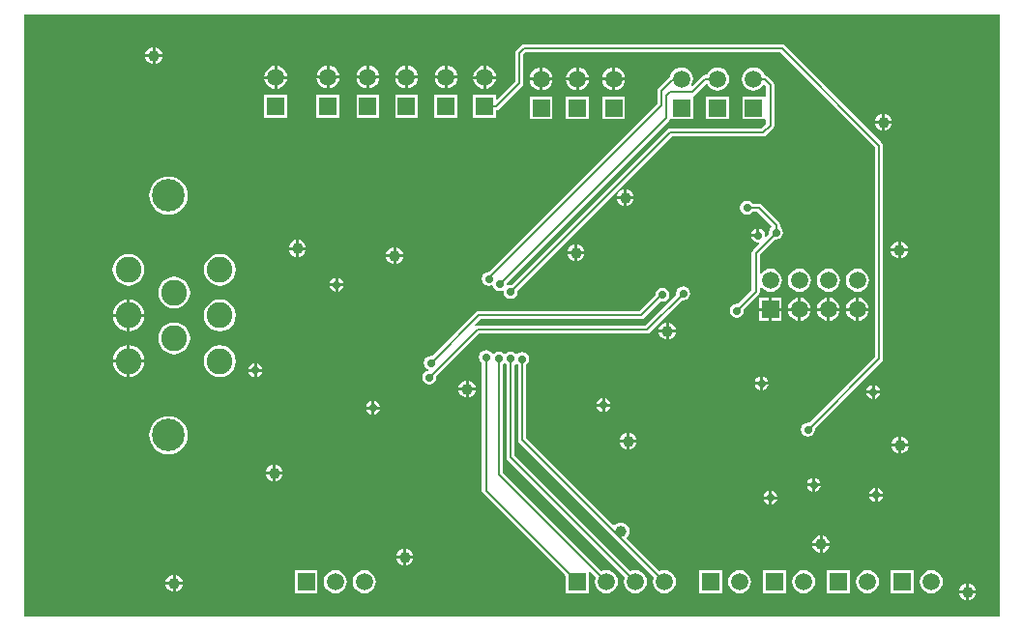
<source format=gbl>
G04*
G04 #@! TF.GenerationSoftware,Altium Limited,Altium Designer,20.1.11 (218)*
G04*
G04 Layer_Physical_Order=2*
G04 Layer_Color=16711680*
%FSLAX25Y25*%
%MOIN*%
G70*
G04*
G04 #@! TF.SameCoordinates,2A16CBDB-C64F-4E12-ACEB-A9EF2D748E26*
G04*
G04*
G04 #@! TF.FilePolarity,Positive*
G04*
G01*
G75*
%ADD14C,0.00700*%
%ADD52C,0.11200*%
%ADD53C,0.08900*%
%ADD54C,0.05906*%
%ADD55R,0.05906X0.05906*%
%ADD56R,0.05906X0.05906*%
%ADD57C,0.02756*%
%ADD58C,0.03937*%
G36*
X437123Y96570D02*
X436930Y96376D01*
X100876D01*
Y304123D01*
X437123D01*
Y96570D01*
D02*
G37*
%LPC*%
G36*
X146000Y292928D02*
Y290500D01*
X148428D01*
X148392Y290775D01*
X148093Y291497D01*
X147617Y292117D01*
X146997Y292593D01*
X146275Y292892D01*
X146000Y292928D01*
D02*
G37*
G36*
X145000D02*
X144725Y292892D01*
X144003Y292593D01*
X143383Y292117D01*
X142907Y291497D01*
X142608Y290775D01*
X142572Y290500D01*
X145000D01*
Y292928D01*
D02*
G37*
G36*
X148428Y289500D02*
X146000D01*
Y287072D01*
X146275Y287108D01*
X146997Y287407D01*
X147617Y287883D01*
X148093Y288503D01*
X148392Y289225D01*
X148428Y289500D01*
D02*
G37*
G36*
X145000D02*
X142572D01*
X142608Y289225D01*
X142907Y288503D01*
X143383Y287883D01*
X144003Y287407D01*
X144725Y287108D01*
X145000Y287072D01*
Y289500D01*
D02*
G37*
G36*
X246745Y286551D02*
Y283130D01*
X250166D01*
X250096Y283662D01*
X249698Y284624D01*
X249064Y285450D01*
X248238Y286083D01*
X247277Y286481D01*
X246745Y286551D01*
D02*
G37*
G36*
X233117D02*
Y283130D01*
X236538D01*
X236468Y283662D01*
X236070Y284624D01*
X235436Y285450D01*
X234611Y286083D01*
X233649Y286481D01*
X233117Y286551D01*
D02*
G37*
G36*
X219774D02*
Y283130D01*
X223195D01*
X223125Y283662D01*
X222726Y284624D01*
X222093Y285450D01*
X221267Y286083D01*
X220305Y286481D01*
X219774Y286551D01*
D02*
G37*
G36*
X206000D02*
Y283130D01*
X209421D01*
X209351Y283662D01*
X208953Y284624D01*
X208319Y285450D01*
X207493Y286083D01*
X206532Y286481D01*
X206000Y286551D01*
D02*
G37*
G36*
X245745D02*
X245213Y286481D01*
X244251Y286083D01*
X243426Y285450D01*
X242792Y284624D01*
X242394Y283662D01*
X242324Y283130D01*
X245745D01*
Y286551D01*
D02*
G37*
G36*
X205000D02*
X204468Y286481D01*
X203507Y286083D01*
X202681Y285450D01*
X202047Y284624D01*
X201649Y283662D01*
X201579Y283130D01*
X205000D01*
Y286551D01*
D02*
G37*
G36*
X232117D02*
X231585Y286481D01*
X230624Y286083D01*
X229798Y285450D01*
X229165Y284624D01*
X228766Y283662D01*
X228696Y283130D01*
X232117D01*
Y286551D01*
D02*
G37*
G36*
X218774D02*
X218242Y286481D01*
X217280Y286083D01*
X216454Y285450D01*
X215821Y284624D01*
X215423Y283662D01*
X215353Y283130D01*
X218774D01*
Y286551D01*
D02*
G37*
G36*
X260000Y286421D02*
Y283000D01*
X263421D01*
X263351Y283532D01*
X262953Y284493D01*
X262319Y285319D01*
X261493Y285953D01*
X260532Y286351D01*
X260000Y286421D01*
D02*
G37*
G36*
X188000D02*
Y283000D01*
X191421D01*
X191351Y283532D01*
X190953Y284493D01*
X190319Y285319D01*
X189493Y285953D01*
X188532Y286351D01*
X188000Y286421D01*
D02*
G37*
G36*
X187000D02*
X186468Y286351D01*
X185507Y285953D01*
X184681Y285319D01*
X184047Y284493D01*
X183649Y283532D01*
X183579Y283000D01*
X187000D01*
Y286421D01*
D02*
G37*
G36*
X259000D02*
X258468Y286351D01*
X257507Y285953D01*
X256681Y285319D01*
X256047Y284493D01*
X255649Y283532D01*
X255579Y283000D01*
X259000D01*
Y286421D01*
D02*
G37*
G36*
X304500Y285921D02*
Y282500D01*
X307921D01*
X307851Y283032D01*
X307453Y283993D01*
X306819Y284819D01*
X305993Y285453D01*
X305032Y285851D01*
X304500Y285921D01*
D02*
G37*
G36*
X292000D02*
Y282500D01*
X295421D01*
X295351Y283032D01*
X294953Y283993D01*
X294319Y284819D01*
X293493Y285453D01*
X292532Y285851D01*
X292000Y285921D01*
D02*
G37*
G36*
X279500D02*
Y282500D01*
X282921D01*
X282851Y283032D01*
X282453Y283993D01*
X281819Y284819D01*
X280993Y285453D01*
X280032Y285851D01*
X279500Y285921D01*
D02*
G37*
G36*
X303500D02*
X302968Y285851D01*
X302007Y285453D01*
X301181Y284819D01*
X300547Y283993D01*
X300149Y283032D01*
X300079Y282500D01*
X303500D01*
Y285921D01*
D02*
G37*
G36*
X291000D02*
X290468Y285851D01*
X289507Y285453D01*
X288681Y284819D01*
X288047Y283993D01*
X287649Y283032D01*
X287579Y282500D01*
X291000D01*
Y285921D01*
D02*
G37*
G36*
X278500D02*
X277968Y285851D01*
X277007Y285453D01*
X276181Y284819D01*
X275547Y283993D01*
X275149Y283032D01*
X275079Y282500D01*
X278500D01*
Y285921D01*
D02*
G37*
G36*
X236538Y282130D02*
X233117D01*
Y278709D01*
X233649Y278779D01*
X234611Y279178D01*
X235436Y279811D01*
X236070Y280637D01*
X236468Y281598D01*
X236538Y282130D01*
D02*
G37*
G36*
X223195D02*
X219774D01*
Y278709D01*
X220305Y278779D01*
X221267Y279178D01*
X222093Y279811D01*
X222726Y280637D01*
X223125Y281598D01*
X223195Y282130D01*
D02*
G37*
G36*
X209421D02*
X206000D01*
Y278709D01*
X206532Y278779D01*
X207493Y279178D01*
X208319Y279811D01*
X208953Y280637D01*
X209351Y281598D01*
X209421Y282130D01*
D02*
G37*
G36*
X250166D02*
X246745D01*
Y278709D01*
X247277Y278779D01*
X248238Y279178D01*
X249064Y279811D01*
X249698Y280637D01*
X250096Y281598D01*
X250166Y282130D01*
D02*
G37*
G36*
X245745D02*
X242324D01*
X242394Y281598D01*
X242792Y280637D01*
X243426Y279811D01*
X244251Y279178D01*
X245213Y278779D01*
X245745Y278709D01*
Y282130D01*
D02*
G37*
G36*
X205000D02*
X201579D01*
X201649Y281598D01*
X202047Y280637D01*
X202681Y279811D01*
X203507Y279178D01*
X204468Y278779D01*
X205000Y278709D01*
Y282130D01*
D02*
G37*
G36*
X232117D02*
X228696D01*
X228766Y281598D01*
X229165Y280637D01*
X229798Y279811D01*
X230624Y279178D01*
X231585Y278779D01*
X232117Y278709D01*
Y282130D01*
D02*
G37*
G36*
X218774D02*
X215353D01*
X215423Y281598D01*
X215821Y280637D01*
X216454Y279811D01*
X217280Y279178D01*
X218242Y278779D01*
X218774Y278709D01*
Y282130D01*
D02*
G37*
G36*
X263421Y282000D02*
X260000D01*
Y278579D01*
X260532Y278649D01*
X261493Y279047D01*
X262319Y279681D01*
X262953Y280507D01*
X263351Y281468D01*
X263421Y282000D01*
D02*
G37*
G36*
X191421D02*
X188000D01*
Y278579D01*
X188532Y278649D01*
X189493Y279047D01*
X190319Y279681D01*
X190953Y280507D01*
X191351Y281468D01*
X191421Y282000D01*
D02*
G37*
G36*
X187000D02*
X183579D01*
X183649Y281468D01*
X184047Y280507D01*
X184681Y279681D01*
X185507Y279047D01*
X186468Y278649D01*
X187000Y278579D01*
Y282000D01*
D02*
G37*
G36*
X259000D02*
X255579D01*
X255649Y281468D01*
X256047Y280507D01*
X256681Y279681D01*
X257507Y279047D01*
X258468Y278649D01*
X259000Y278579D01*
Y282000D01*
D02*
G37*
G36*
X307921Y281500D02*
X304500D01*
Y278079D01*
X305032Y278149D01*
X305993Y278547D01*
X306819Y279181D01*
X307453Y280007D01*
X307851Y280968D01*
X307921Y281500D01*
D02*
G37*
G36*
X295421D02*
X292000D01*
Y278079D01*
X292532Y278149D01*
X293493Y278547D01*
X294319Y279181D01*
X294953Y280007D01*
X295351Y280968D01*
X295421Y281500D01*
D02*
G37*
G36*
X282921D02*
X279500D01*
Y278079D01*
X280032Y278149D01*
X280993Y278547D01*
X281819Y279181D01*
X282453Y280007D01*
X282851Y280968D01*
X282921Y281500D01*
D02*
G37*
G36*
X303500D02*
X300079D01*
X300149Y280968D01*
X300547Y280007D01*
X301181Y279181D01*
X302007Y278547D01*
X302968Y278149D01*
X303500Y278079D01*
Y281500D01*
D02*
G37*
G36*
X291000D02*
X287579D01*
X287649Y280968D01*
X288047Y280007D01*
X288681Y279181D01*
X289507Y278547D01*
X290468Y278149D01*
X291000Y278079D01*
Y281500D01*
D02*
G37*
G36*
X278500D02*
X275079D01*
X275149Y280968D01*
X275547Y280007D01*
X276181Y279181D01*
X277007Y278547D01*
X277968Y278149D01*
X278500Y278079D01*
Y281500D01*
D02*
G37*
G36*
X352278Y285987D02*
X351246Y285851D01*
X350285Y285453D01*
X349459Y284819D01*
X348826Y283993D01*
X348427Y283032D01*
X348291Y282000D01*
X348427Y280968D01*
X348826Y280007D01*
X349459Y279181D01*
X350285Y278547D01*
X351246Y278149D01*
X352278Y278013D01*
X353310Y278149D01*
X354272Y278547D01*
X355097Y279181D01*
X355561Y279785D01*
X356175Y279878D01*
X356624Y279430D01*
Y276212D01*
X356231Y275953D01*
X356123Y275953D01*
X348325D01*
Y268047D01*
X356123D01*
X356231Y268047D01*
X356624Y267788D01*
Y266570D01*
X354930Y264877D01*
X323500D01*
X323500Y264877D01*
X322973Y264772D01*
X322527Y264473D01*
X322527Y264473D01*
X268899Y210845D01*
X268500Y210925D01*
X267572Y210740D01*
X267497Y210690D01*
X267081Y210968D01*
X267128Y211204D01*
X267049Y211602D01*
X322973Y267527D01*
X323089Y267699D01*
X323444Y268047D01*
X331350D01*
Y275953D01*
X331666Y276322D01*
X331973Y276527D01*
X335729Y280283D01*
X336319Y280166D01*
X336385Y280007D01*
X337019Y279181D01*
X337844Y278547D01*
X338806Y278149D01*
X339838Y278013D01*
X340870Y278149D01*
X341831Y278547D01*
X342657Y279181D01*
X343290Y280007D01*
X343689Y280968D01*
X343825Y282000D01*
X343689Y283032D01*
X343290Y283993D01*
X342657Y284819D01*
X341831Y285453D01*
X340870Y285851D01*
X339838Y285987D01*
X338806Y285851D01*
X337844Y285453D01*
X337019Y284819D01*
X336385Y283993D01*
X336129Y283377D01*
X335500D01*
X334973Y283272D01*
X334527Y282973D01*
X331217Y279663D01*
X330840Y279994D01*
X330850Y280007D01*
X331248Y280968D01*
X331384Y282000D01*
X331248Y283032D01*
X330850Y283993D01*
X330216Y284819D01*
X329391Y285453D01*
X328429Y285851D01*
X327397Y285987D01*
X326365Y285851D01*
X325404Y285453D01*
X324578Y284819D01*
X323944Y283993D01*
X323546Y283032D01*
X323513Y282780D01*
X323473Y282772D01*
X323027Y282473D01*
X319527Y278973D01*
X319228Y278527D01*
X319124Y278000D01*
Y273570D01*
X260972Y215419D01*
X260072Y215240D01*
X259286Y214714D01*
X258760Y213928D01*
X258576Y213000D01*
X258760Y212072D01*
X259286Y211286D01*
X260072Y210760D01*
X261000Y210576D01*
X261860Y210747D01*
X262055Y210722D01*
X262404Y210578D01*
X262464Y210276D01*
X262989Y209489D01*
X263776Y208964D01*
X264704Y208779D01*
X265632Y208964D01*
X265707Y209014D01*
X266122Y208736D01*
X266075Y208500D01*
X266260Y207572D01*
X266786Y206786D01*
X267572Y206260D01*
X268500Y206076D01*
X269428Y206260D01*
X270214Y206786D01*
X270740Y207572D01*
X270924Y208500D01*
X270845Y208899D01*
X324070Y262123D01*
X355500D01*
X356027Y262228D01*
X356473Y262527D01*
X358973Y265027D01*
X358973Y265027D01*
X359272Y265473D01*
X359377Y266000D01*
Y280000D01*
X359377Y280000D01*
X359272Y280527D01*
X358973Y280973D01*
X358973Y280973D01*
X357254Y282692D01*
X356808Y282991D01*
X356281Y283095D01*
X356103D01*
X355731Y283993D01*
X355097Y284819D01*
X354272Y285453D01*
X353310Y285851D01*
X352278Y285987D01*
D02*
G37*
G36*
X250198Y276583D02*
X242292D01*
Y268678D01*
X250198D01*
Y276583D01*
D02*
G37*
G36*
X236570D02*
X228664D01*
Y268678D01*
X236570D01*
Y276583D01*
D02*
G37*
G36*
X223226D02*
X215321D01*
Y268678D01*
X223226D01*
Y276583D01*
D02*
G37*
G36*
X209453D02*
X201547D01*
Y268678D01*
X209453D01*
Y276583D01*
D02*
G37*
G36*
X191453Y276453D02*
X183547D01*
Y268547D01*
X191453D01*
Y276453D01*
D02*
G37*
G36*
X343791Y275953D02*
X335885D01*
Y268047D01*
X343791D01*
Y275953D01*
D02*
G37*
G36*
X307953D02*
X300047D01*
Y268047D01*
X307953D01*
Y275953D01*
D02*
G37*
G36*
X295453D02*
X287547D01*
Y268047D01*
X295453D01*
Y275953D01*
D02*
G37*
G36*
X282953D02*
X275047D01*
Y268047D01*
X282953D01*
Y275953D01*
D02*
G37*
G36*
X397500Y269928D02*
Y267500D01*
X399928D01*
X399892Y267775D01*
X399593Y268497D01*
X399117Y269117D01*
X398497Y269593D01*
X397775Y269892D01*
X397500Y269928D01*
D02*
G37*
G36*
X396500D02*
X396225Y269892D01*
X395503Y269593D01*
X394883Y269117D01*
X394407Y268497D01*
X394108Y267775D01*
X394072Y267500D01*
X396500D01*
Y269928D01*
D02*
G37*
G36*
X399928Y266500D02*
X397500D01*
Y264072D01*
X397775Y264108D01*
X398497Y264407D01*
X399117Y264883D01*
X399593Y265503D01*
X399892Y266225D01*
X399928Y266500D01*
D02*
G37*
G36*
X396500D02*
X394072D01*
X394108Y266225D01*
X394407Y265503D01*
X394883Y264883D01*
X395503Y264407D01*
X396225Y264108D01*
X396500Y264072D01*
Y266500D01*
D02*
G37*
G36*
X308500Y243928D02*
Y241500D01*
X310928D01*
X310892Y241775D01*
X310593Y242497D01*
X310117Y243117D01*
X309497Y243593D01*
X308775Y243892D01*
X308500Y243928D01*
D02*
G37*
G36*
X307500D02*
X307225Y243892D01*
X306503Y243593D01*
X305883Y243117D01*
X305407Y242497D01*
X305108Y241775D01*
X305072Y241500D01*
X307500D01*
Y243928D01*
D02*
G37*
G36*
X310928Y240500D02*
X308500D01*
Y238072D01*
X308775Y238108D01*
X309497Y238407D01*
X310117Y238883D01*
X310593Y239503D01*
X310892Y240225D01*
X310928Y240500D01*
D02*
G37*
G36*
X307500D02*
X305072D01*
X305108Y240225D01*
X305407Y239503D01*
X305883Y238883D01*
X306503Y238407D01*
X307225Y238108D01*
X307500Y238072D01*
Y240500D01*
D02*
G37*
G36*
X150531Y248344D02*
X149238Y248217D01*
X147994Y247840D01*
X146847Y247227D01*
X145842Y246402D01*
X145017Y245397D01*
X144404Y244250D01*
X144027Y243006D01*
X143900Y241713D01*
X144027Y240419D01*
X144404Y239175D01*
X145017Y238028D01*
X145842Y237023D01*
X146847Y236198D01*
X147994Y235585D01*
X149238Y235208D01*
X150531Y235081D01*
X151825Y235208D01*
X153069Y235585D01*
X154216Y236198D01*
X155221Y237023D01*
X156046Y238028D01*
X156659Y239175D01*
X157036Y240419D01*
X157163Y241713D01*
X157036Y243006D01*
X156659Y244250D01*
X156046Y245397D01*
X155221Y246402D01*
X154216Y247227D01*
X153069Y247840D01*
X151825Y248217D01*
X150531Y248344D01*
D02*
G37*
G36*
X353250Y230337D02*
X352822Y230252D01*
X352035Y229727D01*
X351510Y228940D01*
X351425Y228512D01*
X353250D01*
Y230337D01*
D02*
G37*
G36*
X350000Y239925D02*
X349072Y239740D01*
X348286Y239214D01*
X347760Y238428D01*
X347575Y237500D01*
X347760Y236572D01*
X348286Y235786D01*
X349072Y235260D01*
X350000Y235075D01*
X350928Y235260D01*
X351714Y235786D01*
X351929Y236107D01*
X353447D01*
X358339Y231215D01*
X358290Y230717D01*
X358286Y230714D01*
X357760Y229928D01*
X357575Y229000D01*
X357655Y228601D01*
X356590Y227536D01*
X356129Y227783D01*
X356174Y228012D01*
X355990Y228940D01*
X355464Y229727D01*
X354678Y230252D01*
X354250Y230337D01*
Y228012D01*
X353750D01*
Y227512D01*
X351425D01*
X351510Y227084D01*
X352035Y226298D01*
X352822Y225772D01*
X353750Y225588D01*
X353979Y225633D01*
X354226Y225172D01*
X352027Y222973D01*
X351728Y222527D01*
X351624Y222000D01*
Y209070D01*
X346899Y204345D01*
X346500Y204425D01*
X345572Y204240D01*
X344786Y203714D01*
X344260Y202928D01*
X344075Y202000D01*
X344260Y201072D01*
X344786Y200286D01*
X345572Y199760D01*
X346500Y199575D01*
X347428Y199760D01*
X348214Y200286D01*
X348740Y201072D01*
X348924Y202000D01*
X348845Y202399D01*
X353973Y207527D01*
X354272Y207973D01*
X354377Y208500D01*
Y209908D01*
X354876Y210078D01*
X355181Y209681D01*
X356007Y209047D01*
X356968Y208649D01*
X358000Y208513D01*
X359032Y208649D01*
X359993Y209047D01*
X360819Y209681D01*
X361453Y210507D01*
X361851Y211468D01*
X361987Y212500D01*
X361851Y213532D01*
X361453Y214493D01*
X360819Y215319D01*
X359993Y215953D01*
X359032Y216351D01*
X358000Y216487D01*
X356968Y216351D01*
X356007Y215953D01*
X355181Y215319D01*
X354876Y214922D01*
X354377Y215092D01*
Y221430D01*
X359601Y226655D01*
X360000Y226575D01*
X360928Y226760D01*
X361714Y227286D01*
X362240Y228072D01*
X362424Y229000D01*
X362240Y229928D01*
X361714Y230714D01*
X361377Y230940D01*
Y231500D01*
X361272Y232027D01*
X360973Y232473D01*
X360973Y232473D01*
X354990Y238457D01*
X354544Y238755D01*
X354017Y238860D01*
X351952D01*
X351714Y239214D01*
X350928Y239740D01*
X350000Y239925D01*
D02*
G37*
G36*
X195500Y226428D02*
Y224000D01*
X197928D01*
X197892Y224275D01*
X197593Y224997D01*
X197117Y225617D01*
X196497Y226093D01*
X195775Y226392D01*
X195500Y226428D01*
D02*
G37*
G36*
X194500D02*
X194225Y226392D01*
X193503Y226093D01*
X192883Y225617D01*
X192407Y224997D01*
X192108Y224275D01*
X192072Y224000D01*
X194500D01*
Y226428D01*
D02*
G37*
G36*
X403000Y225928D02*
Y223500D01*
X405428D01*
X405392Y223775D01*
X405093Y224497D01*
X404617Y225117D01*
X403997Y225593D01*
X403275Y225892D01*
X403000Y225928D01*
D02*
G37*
G36*
X402000D02*
X401725Y225892D01*
X401003Y225593D01*
X400383Y225117D01*
X399907Y224497D01*
X399608Y223775D01*
X399572Y223500D01*
X402000D01*
Y225928D01*
D02*
G37*
G36*
X291500Y224928D02*
Y222500D01*
X293928D01*
X293892Y222775D01*
X293593Y223497D01*
X293117Y224117D01*
X292497Y224593D01*
X291775Y224892D01*
X291500Y224928D01*
D02*
G37*
G36*
X290500D02*
X290225Y224892D01*
X289503Y224593D01*
X288883Y224117D01*
X288407Y223497D01*
X288108Y222775D01*
X288072Y222500D01*
X290500D01*
Y224928D01*
D02*
G37*
G36*
X229000Y223928D02*
Y221500D01*
X231428D01*
X231392Y221775D01*
X231093Y222497D01*
X230617Y223117D01*
X229997Y223593D01*
X229275Y223892D01*
X229000Y223928D01*
D02*
G37*
G36*
X228000D02*
X227725Y223892D01*
X227003Y223593D01*
X226383Y223117D01*
X225907Y222497D01*
X225608Y221775D01*
X225572Y221500D01*
X228000D01*
Y223928D01*
D02*
G37*
G36*
X197928Y223000D02*
X195500D01*
Y220572D01*
X195775Y220608D01*
X196497Y220907D01*
X197117Y221383D01*
X197593Y222003D01*
X197892Y222725D01*
X197928Y223000D01*
D02*
G37*
G36*
X194500D02*
X192072D01*
X192108Y222725D01*
X192407Y222003D01*
X192883Y221383D01*
X193503Y220907D01*
X194225Y220608D01*
X194500Y220572D01*
Y223000D01*
D02*
G37*
G36*
X405428Y222500D02*
X403000D01*
Y220072D01*
X403275Y220108D01*
X403997Y220407D01*
X404617Y220883D01*
X405093Y221503D01*
X405392Y222225D01*
X405428Y222500D01*
D02*
G37*
G36*
X402000D02*
X399572D01*
X399608Y222225D01*
X399907Y221503D01*
X400383Y220883D01*
X401003Y220407D01*
X401725Y220108D01*
X402000Y220072D01*
Y222500D01*
D02*
G37*
G36*
X293928Y221500D02*
X291500D01*
Y219072D01*
X291775Y219108D01*
X292497Y219407D01*
X293117Y219883D01*
X293593Y220503D01*
X293892Y221225D01*
X293928Y221500D01*
D02*
G37*
G36*
X290500D02*
X288072D01*
X288108Y221225D01*
X288407Y220503D01*
X288883Y219883D01*
X289503Y219407D01*
X290225Y219108D01*
X290500Y219072D01*
Y221500D01*
D02*
G37*
G36*
X231428Y220500D02*
X229000D01*
Y218072D01*
X229275Y218108D01*
X229997Y218407D01*
X230617Y218883D01*
X231093Y219503D01*
X231392Y220225D01*
X231428Y220500D01*
D02*
G37*
G36*
X228000D02*
X225572D01*
X225608Y220225D01*
X225907Y219503D01*
X226383Y218883D01*
X227003Y218407D01*
X227725Y218108D01*
X228000Y218072D01*
Y220500D01*
D02*
G37*
G36*
X209000Y213325D02*
Y211500D01*
X210825D01*
X210740Y211928D01*
X210214Y212714D01*
X209428Y213240D01*
X209000Y213325D01*
D02*
G37*
G36*
X208000D02*
X207572Y213240D01*
X206786Y212714D01*
X206260Y211928D01*
X206175Y211500D01*
X208000D01*
Y213325D01*
D02*
G37*
G36*
X168248Y221619D02*
X166825Y221432D01*
X165499Y220883D01*
X164361Y220009D01*
X163488Y218871D01*
X162938Y217545D01*
X162751Y216122D01*
X162938Y214699D01*
X163488Y213373D01*
X164361Y212235D01*
X165499Y211362D01*
X166825Y210812D01*
X168248Y210625D01*
X169671Y210812D01*
X170996Y211362D01*
X172135Y212235D01*
X173009Y213373D01*
X173558Y214699D01*
X173745Y216122D01*
X173558Y217545D01*
X173009Y218871D01*
X172135Y220009D01*
X170996Y220883D01*
X169671Y221432D01*
X168248Y221619D01*
D02*
G37*
G36*
X136752D02*
X135329Y221432D01*
X134003Y220883D01*
X132865Y220009D01*
X131991Y218871D01*
X131442Y217545D01*
X131255Y216122D01*
X131442Y214699D01*
X131991Y213373D01*
X132865Y212235D01*
X134003Y211362D01*
X135329Y210812D01*
X136752Y210625D01*
X138175Y210812D01*
X139500Y211362D01*
X140639Y212235D01*
X141513Y213373D01*
X142062Y214699D01*
X142249Y216122D01*
X142062Y217545D01*
X141513Y218871D01*
X140639Y220009D01*
X139500Y220883D01*
X138175Y221432D01*
X136752Y221619D01*
D02*
G37*
G36*
X210825Y210500D02*
X209000D01*
Y208675D01*
X209428Y208760D01*
X210214Y209286D01*
X210740Y210072D01*
X210825Y210500D01*
D02*
G37*
G36*
X208000D02*
X206175D01*
X206260Y210072D01*
X206786Y209286D01*
X207572Y208760D01*
X208000Y208675D01*
Y210500D01*
D02*
G37*
G36*
X388000Y216487D02*
X386968Y216351D01*
X386007Y215953D01*
X385181Y215319D01*
X384547Y214493D01*
X384149Y213532D01*
X384013Y212500D01*
X384149Y211468D01*
X384547Y210507D01*
X385181Y209681D01*
X386007Y209047D01*
X386968Y208649D01*
X388000Y208513D01*
X389032Y208649D01*
X389993Y209047D01*
X390819Y209681D01*
X391453Y210507D01*
X391851Y211468D01*
X391987Y212500D01*
X391851Y213532D01*
X391453Y214493D01*
X390819Y215319D01*
X389993Y215953D01*
X389032Y216351D01*
X388000Y216487D01*
D02*
G37*
G36*
X378000D02*
X376968Y216351D01*
X376007Y215953D01*
X375181Y215319D01*
X374547Y214493D01*
X374149Y213532D01*
X374013Y212500D01*
X374149Y211468D01*
X374547Y210507D01*
X375181Y209681D01*
X376007Y209047D01*
X376968Y208649D01*
X378000Y208513D01*
X379032Y208649D01*
X379993Y209047D01*
X380819Y209681D01*
X381453Y210507D01*
X381851Y211468D01*
X381987Y212500D01*
X381851Y213532D01*
X381453Y214493D01*
X380819Y215319D01*
X379993Y215953D01*
X379032Y216351D01*
X378000Y216487D01*
D02*
G37*
G36*
X368000D02*
X366968Y216351D01*
X366007Y215953D01*
X365181Y215319D01*
X364547Y214493D01*
X364149Y213532D01*
X364013Y212500D01*
X364149Y211468D01*
X364547Y210507D01*
X365181Y209681D01*
X366007Y209047D01*
X366968Y208649D01*
X368000Y208513D01*
X369032Y208649D01*
X369993Y209047D01*
X370819Y209681D01*
X371453Y210507D01*
X371851Y211468D01*
X371987Y212500D01*
X371851Y213532D01*
X371453Y214493D01*
X370819Y215319D01*
X369993Y215953D01*
X369032Y216351D01*
X368000Y216487D01*
D02*
G37*
G36*
X328000Y210424D02*
X327072Y210240D01*
X326286Y209714D01*
X325760Y208928D01*
X325575Y208000D01*
X325655Y207601D01*
X314922Y196869D01*
X257008D01*
X256481Y196764D01*
X256289Y196636D01*
X255971Y197024D01*
X258070Y199124D01*
X313500D01*
X314027Y199228D01*
X314473Y199527D01*
X320143Y205196D01*
X320750Y205076D01*
X321678Y205260D01*
X322464Y205786D01*
X322990Y206572D01*
X323175Y207500D01*
X322990Y208428D01*
X322464Y209214D01*
X321678Y209740D01*
X320750Y209925D01*
X319822Y209740D01*
X319036Y209214D01*
X318510Y208428D01*
X318325Y207500D01*
X318363Y207310D01*
X312930Y201876D01*
X257500D01*
X256973Y201772D01*
X256527Y201473D01*
X256527Y201473D01*
X241399Y186345D01*
X241000Y186425D01*
X240072Y186240D01*
X239286Y185714D01*
X238760Y184928D01*
X238576Y184000D01*
X238760Y183072D01*
X239286Y182286D01*
X239980Y181822D01*
X239972Y181443D01*
X239927Y181301D01*
X239580Y181232D01*
X238793Y180707D01*
X238268Y179920D01*
X238083Y178992D01*
X238268Y178064D01*
X238793Y177278D01*
X239580Y176752D01*
X240508Y176568D01*
X241436Y176752D01*
X242222Y177278D01*
X242748Y178064D01*
X242932Y178992D01*
X242853Y179391D01*
X257578Y194116D01*
X315492D01*
X316019Y194220D01*
X316465Y194519D01*
X327601Y205655D01*
X328000Y205575D01*
X328928Y205760D01*
X329714Y206286D01*
X330240Y207072D01*
X330424Y208000D01*
X330240Y208928D01*
X329714Y209714D01*
X328928Y210240D01*
X328000Y210424D01*
D02*
G37*
G36*
X388500Y206421D02*
Y203000D01*
X391921D01*
X391851Y203532D01*
X391453Y204493D01*
X390819Y205319D01*
X389993Y205953D01*
X389032Y206351D01*
X388500Y206421D01*
D02*
G37*
G36*
X387500D02*
X386968Y206351D01*
X386007Y205953D01*
X385181Y205319D01*
X384547Y204493D01*
X384149Y203532D01*
X384079Y203000D01*
X387500D01*
Y206421D01*
D02*
G37*
G36*
X378500D02*
Y203000D01*
X381921D01*
X381851Y203532D01*
X381453Y204493D01*
X380819Y205319D01*
X379993Y205953D01*
X379032Y206351D01*
X378500Y206421D01*
D02*
G37*
G36*
X377500D02*
X376968Y206351D01*
X376007Y205953D01*
X375181Y205319D01*
X374547Y204493D01*
X374149Y203532D01*
X374079Y203000D01*
X377500D01*
Y206421D01*
D02*
G37*
G36*
X368500D02*
Y203000D01*
X371921D01*
X371851Y203532D01*
X371453Y204493D01*
X370819Y205319D01*
X369993Y205953D01*
X369032Y206351D01*
X368500Y206421D01*
D02*
G37*
G36*
X367500D02*
X366968Y206351D01*
X366007Y205953D01*
X365181Y205319D01*
X364547Y204493D01*
X364149Y203532D01*
X364079Y203000D01*
X367500D01*
Y206421D01*
D02*
G37*
G36*
X361953Y206453D02*
X358500D01*
Y203000D01*
X361953D01*
Y206453D01*
D02*
G37*
G36*
X357500D02*
X354047D01*
Y203000D01*
X357500D01*
Y206453D01*
D02*
G37*
G36*
X152500Y213745D02*
X151077Y213558D01*
X149751Y213009D01*
X148613Y212135D01*
X147739Y210997D01*
X147190Y209671D01*
X147003Y208248D01*
X147190Y206825D01*
X147739Y205500D01*
X148613Y204361D01*
X149751Y203487D01*
X151077Y202938D01*
X152500Y202751D01*
X153923Y202938D01*
X155248Y203487D01*
X156387Y204361D01*
X157261Y205500D01*
X157810Y206825D01*
X157997Y208248D01*
X157810Y209671D01*
X157261Y210997D01*
X156387Y212135D01*
X155248Y213009D01*
X153923Y213558D01*
X152500Y213745D01*
D02*
G37*
G36*
X137252Y205805D02*
Y200874D01*
X142183D01*
X142062Y201797D01*
X141513Y203122D01*
X140639Y204261D01*
X139500Y205135D01*
X138175Y205684D01*
X137252Y205805D01*
D02*
G37*
G36*
X136252D02*
X135329Y205684D01*
X134003Y205135D01*
X132865Y204261D01*
X131991Y203122D01*
X131442Y201797D01*
X131321Y200874D01*
X136252D01*
Y205805D01*
D02*
G37*
G36*
X391921Y202000D02*
X388500D01*
Y198579D01*
X389032Y198649D01*
X389993Y199047D01*
X390819Y199681D01*
X391453Y200507D01*
X391851Y201468D01*
X391921Y202000D01*
D02*
G37*
G36*
X387500D02*
X384079D01*
X384149Y201468D01*
X384547Y200507D01*
X385181Y199681D01*
X386007Y199047D01*
X386968Y198649D01*
X387500Y198579D01*
Y202000D01*
D02*
G37*
G36*
X381921D02*
X378500D01*
Y198579D01*
X379032Y198649D01*
X379993Y199047D01*
X380819Y199681D01*
X381453Y200507D01*
X381851Y201468D01*
X381921Y202000D01*
D02*
G37*
G36*
X377500D02*
X374079D01*
X374149Y201468D01*
X374547Y200507D01*
X375181Y199681D01*
X376007Y199047D01*
X376968Y198649D01*
X377500Y198579D01*
Y202000D01*
D02*
G37*
G36*
X371921D02*
X368500D01*
Y198579D01*
X369032Y198649D01*
X369993Y199047D01*
X370819Y199681D01*
X371453Y200507D01*
X371851Y201468D01*
X371921Y202000D01*
D02*
G37*
G36*
X367500D02*
X364079D01*
X364149Y201468D01*
X364547Y200507D01*
X365181Y199681D01*
X366007Y199047D01*
X366968Y198649D01*
X367500Y198579D01*
Y202000D01*
D02*
G37*
G36*
X361953D02*
X358500D01*
Y198547D01*
X361953D01*
Y202000D01*
D02*
G37*
G36*
X357500D02*
X354047D01*
Y198547D01*
X357500D01*
Y202000D01*
D02*
G37*
G36*
X323000Y197928D02*
Y195500D01*
X325428D01*
X325392Y195775D01*
X325093Y196497D01*
X324617Y197117D01*
X323997Y197593D01*
X323275Y197892D01*
X323000Y197928D01*
D02*
G37*
G36*
X322000D02*
X321725Y197892D01*
X321003Y197593D01*
X320383Y197117D01*
X319907Y196497D01*
X319608Y195775D01*
X319572Y195500D01*
X322000D01*
Y197928D01*
D02*
G37*
G36*
X142183Y199874D02*
X137252D01*
Y194943D01*
X138175Y195064D01*
X139500Y195613D01*
X140639Y196487D01*
X141513Y197626D01*
X142062Y198951D01*
X142183Y199874D01*
D02*
G37*
G36*
X136252D02*
X131321D01*
X131442Y198951D01*
X131991Y197626D01*
X132865Y196487D01*
X134003Y195613D01*
X135329Y195064D01*
X136252Y194943D01*
Y199874D01*
D02*
G37*
G36*
X168248Y205871D02*
X166825Y205684D01*
X165499Y205135D01*
X164361Y204261D01*
X163488Y203122D01*
X162938Y201797D01*
X162751Y200374D01*
X162938Y198951D01*
X163488Y197626D01*
X164361Y196487D01*
X165499Y195613D01*
X166825Y195064D01*
X168248Y194877D01*
X169671Y195064D01*
X170997Y195613D01*
X172135Y196487D01*
X173009Y197626D01*
X173558Y198951D01*
X173745Y200374D01*
X173558Y201797D01*
X173009Y203122D01*
X172135Y204261D01*
X170997Y205135D01*
X169671Y205684D01*
X168248Y205871D01*
D02*
G37*
G36*
X325428Y194500D02*
X323000D01*
Y192072D01*
X323275Y192108D01*
X323997Y192407D01*
X324617Y192883D01*
X325093Y193503D01*
X325392Y194225D01*
X325428Y194500D01*
D02*
G37*
G36*
X322000D02*
X319572D01*
X319608Y194225D01*
X319907Y193503D01*
X320383Y192883D01*
X321003Y192407D01*
X321725Y192108D01*
X322000Y192072D01*
Y194500D01*
D02*
G37*
G36*
X152500Y197997D02*
X151077Y197810D01*
X149751Y197261D01*
X148613Y196387D01*
X147739Y195248D01*
X147190Y193923D01*
X147003Y192500D01*
X147190Y191077D01*
X147739Y189752D01*
X148613Y188613D01*
X149751Y187739D01*
X151077Y187190D01*
X152500Y187003D01*
X153923Y187190D01*
X155248Y187739D01*
X156387Y188613D01*
X157261Y189752D01*
X157810Y191077D01*
X157997Y192500D01*
X157810Y193923D01*
X157261Y195248D01*
X156387Y196387D01*
X155248Y197261D01*
X153923Y197810D01*
X152500Y197997D01*
D02*
G37*
G36*
X137252Y190057D02*
Y185126D01*
X142183D01*
X142062Y186049D01*
X141513Y187374D01*
X140639Y188513D01*
X139500Y189387D01*
X138175Y189936D01*
X137252Y190057D01*
D02*
G37*
G36*
X136252D02*
X135329Y189936D01*
X134003Y189387D01*
X132865Y188513D01*
X131991Y187374D01*
X131442Y186049D01*
X131321Y185126D01*
X136252D01*
Y190057D01*
D02*
G37*
G36*
X181000Y183825D02*
Y182000D01*
X182825D01*
X182740Y182428D01*
X182214Y183214D01*
X181428Y183740D01*
X181000Y183825D01*
D02*
G37*
G36*
X180000D02*
X179572Y183740D01*
X178786Y183214D01*
X178260Y182428D01*
X178175Y182000D01*
X180000D01*
Y183825D01*
D02*
G37*
G36*
X142183Y184126D02*
X137252D01*
Y179195D01*
X138175Y179316D01*
X139500Y179865D01*
X140639Y180739D01*
X141513Y181878D01*
X142062Y183203D01*
X142183Y184126D01*
D02*
G37*
G36*
X136252D02*
X131321D01*
X131442Y183203D01*
X131991Y181878D01*
X132865Y180739D01*
X134003Y179865D01*
X135329Y179316D01*
X136252Y179195D01*
Y184126D01*
D02*
G37*
G36*
X182825Y181000D02*
X181000D01*
Y179175D01*
X181428Y179260D01*
X182214Y179786D01*
X182740Y180572D01*
X182825Y181000D01*
D02*
G37*
G36*
X180000D02*
X178175D01*
X178260Y180572D01*
X178786Y179786D01*
X179572Y179260D01*
X180000Y179175D01*
Y181000D01*
D02*
G37*
G36*
X168248Y190123D02*
X166825Y189936D01*
X165499Y189387D01*
X164361Y188513D01*
X163488Y187374D01*
X162938Y186049D01*
X162751Y184626D01*
X162938Y183203D01*
X163488Y181878D01*
X164361Y180739D01*
X165499Y179865D01*
X166825Y179316D01*
X168248Y179129D01*
X169671Y179316D01*
X170996Y179865D01*
X172135Y180739D01*
X173009Y181878D01*
X173558Y183203D01*
X173745Y184626D01*
X173558Y186049D01*
X173009Y187374D01*
X172135Y188513D01*
X170996Y189387D01*
X169671Y189936D01*
X168248Y190123D01*
D02*
G37*
G36*
X355500Y179325D02*
Y177500D01*
X357325D01*
X357240Y177928D01*
X356714Y178714D01*
X355928Y179240D01*
X355500Y179325D01*
D02*
G37*
G36*
X354500D02*
X354072Y179240D01*
X353286Y178714D01*
X352760Y177928D01*
X352675Y177500D01*
X354500D01*
Y179325D01*
D02*
G37*
G36*
X254000Y177928D02*
Y175500D01*
X256428D01*
X256392Y175775D01*
X256093Y176497D01*
X255617Y177117D01*
X254997Y177593D01*
X254275Y177892D01*
X254000Y177928D01*
D02*
G37*
G36*
X253000D02*
X252725Y177892D01*
X252003Y177593D01*
X251383Y177117D01*
X250907Y176497D01*
X250608Y175775D01*
X250572Y175500D01*
X253000D01*
Y177928D01*
D02*
G37*
G36*
X357325Y176500D02*
X355500D01*
Y174675D01*
X355928Y174760D01*
X356714Y175286D01*
X357240Y176072D01*
X357325Y176500D01*
D02*
G37*
G36*
X354500D02*
X352675D01*
X352760Y176072D01*
X353286Y175286D01*
X354072Y174760D01*
X354500Y174675D01*
Y176500D01*
D02*
G37*
G36*
X394000Y176325D02*
Y174500D01*
X395825D01*
X395740Y174928D01*
X395214Y175714D01*
X394428Y176240D01*
X394000Y176325D01*
D02*
G37*
G36*
X393000D02*
X392572Y176240D01*
X391786Y175714D01*
X391260Y174928D01*
X391175Y174500D01*
X393000D01*
Y176325D01*
D02*
G37*
G36*
X256428Y174500D02*
X254000D01*
Y172072D01*
X254275Y172108D01*
X254997Y172407D01*
X255617Y172883D01*
X256093Y173503D01*
X256392Y174225D01*
X256428Y174500D01*
D02*
G37*
G36*
X253000D02*
X250572D01*
X250608Y174225D01*
X250907Y173503D01*
X251383Y172883D01*
X252003Y172407D01*
X252725Y172108D01*
X253000Y172072D01*
Y174500D01*
D02*
G37*
G36*
X395825Y173500D02*
X394000D01*
Y171675D01*
X394428Y171760D01*
X395214Y172286D01*
X395740Y173072D01*
X395825Y173500D01*
D02*
G37*
G36*
X393000D02*
X391175D01*
X391260Y173072D01*
X391786Y172286D01*
X392572Y171760D01*
X393000Y171675D01*
Y173500D01*
D02*
G37*
G36*
X301000Y171825D02*
Y170000D01*
X302825D01*
X302740Y170428D01*
X302214Y171214D01*
X301428Y171740D01*
X301000Y171825D01*
D02*
G37*
G36*
X300000D02*
X299572Y171740D01*
X298786Y171214D01*
X298260Y170428D01*
X298175Y170000D01*
X300000D01*
Y171825D01*
D02*
G37*
G36*
X221500Y170825D02*
Y169000D01*
X223325D01*
X223240Y169428D01*
X222714Y170214D01*
X221928Y170740D01*
X221500Y170825D01*
D02*
G37*
G36*
X220500D02*
X220072Y170740D01*
X219286Y170214D01*
X218760Y169428D01*
X218675Y169000D01*
X220500D01*
Y170825D01*
D02*
G37*
G36*
X302825Y169000D02*
X301000D01*
Y167175D01*
X301428Y167260D01*
X302214Y167786D01*
X302740Y168572D01*
X302825Y169000D01*
D02*
G37*
G36*
X300000D02*
X298175D01*
X298260Y168572D01*
X298786Y167786D01*
X299572Y167260D01*
X300000Y167175D01*
Y169000D01*
D02*
G37*
G36*
X223325Y168000D02*
X221500D01*
Y166175D01*
X221928Y166260D01*
X222714Y166786D01*
X223240Y167572D01*
X223325Y168000D01*
D02*
G37*
G36*
X220500D02*
X218675D01*
X218760Y167572D01*
X219286Y166786D01*
X220072Y166260D01*
X220500Y166175D01*
Y168000D01*
D02*
G37*
G36*
X362000Y293877D02*
X273000D01*
X272473Y293772D01*
X272027Y293473D01*
X270527Y291973D01*
X270228Y291527D01*
X270124Y291000D01*
Y281070D01*
X263915Y274861D01*
X263453Y275053D01*
Y276453D01*
X255547D01*
Y268547D01*
X263453D01*
Y271124D01*
X263500D01*
X264027Y271228D01*
X264473Y271527D01*
X272473Y279527D01*
X272772Y279973D01*
X272877Y280500D01*
X272877Y280500D01*
Y290430D01*
X273570Y291124D01*
X361430D01*
X394124Y258430D01*
Y186070D01*
X371399Y163345D01*
X371000Y163425D01*
X370072Y163240D01*
X369286Y162714D01*
X368760Y161928D01*
X368576Y161000D01*
X368760Y160072D01*
X369286Y159286D01*
X370072Y158760D01*
X371000Y158575D01*
X371928Y158760D01*
X372714Y159286D01*
X373240Y160072D01*
X373425Y161000D01*
X373345Y161399D01*
X396473Y184527D01*
X396772Y184973D01*
X396877Y185500D01*
Y259000D01*
X396772Y259527D01*
X396473Y259973D01*
X396473Y259973D01*
X362973Y293473D01*
X362527Y293772D01*
X362000Y293877D01*
D02*
G37*
G36*
X309500Y159928D02*
Y157500D01*
X311928D01*
X311892Y157775D01*
X311593Y158497D01*
X311117Y159117D01*
X310497Y159593D01*
X309775Y159892D01*
X309500Y159928D01*
D02*
G37*
G36*
X308500D02*
X308225Y159892D01*
X307503Y159593D01*
X306883Y159117D01*
X306407Y158497D01*
X306108Y157775D01*
X306072Y157500D01*
X308500D01*
Y159928D01*
D02*
G37*
G36*
X403228Y158555D02*
Y156126D01*
X405657D01*
X405620Y156401D01*
X405321Y157123D01*
X404846Y157744D01*
X404225Y158219D01*
X403503Y158519D01*
X403228Y158555D01*
D02*
G37*
G36*
X402228D02*
X401954Y158519D01*
X401231Y158219D01*
X400611Y157744D01*
X400136Y157123D01*
X399836Y156401D01*
X399800Y156126D01*
X402228D01*
Y158555D01*
D02*
G37*
G36*
X311928Y156500D02*
X309500D01*
Y154072D01*
X309775Y154108D01*
X310497Y154407D01*
X311117Y154883D01*
X311593Y155503D01*
X311892Y156225D01*
X311928Y156500D01*
D02*
G37*
G36*
X308500D02*
X306072D01*
X306108Y156225D01*
X306407Y155503D01*
X306883Y154883D01*
X307503Y154407D01*
X308225Y154108D01*
X308500Y154072D01*
Y156500D01*
D02*
G37*
G36*
X405657Y155127D02*
X403228D01*
Y152698D01*
X403503Y152734D01*
X404225Y153033D01*
X404846Y153509D01*
X405321Y154129D01*
X405620Y154851D01*
X405657Y155127D01*
D02*
G37*
G36*
X402228D02*
X399800D01*
X399836Y154851D01*
X400136Y154129D01*
X400611Y153509D01*
X401231Y153033D01*
X401954Y152734D01*
X402228Y152698D01*
Y155127D01*
D02*
G37*
G36*
X150531Y165667D02*
X149238Y165540D01*
X147994Y165163D01*
X146847Y164550D01*
X145842Y163725D01*
X145017Y162720D01*
X144404Y161573D01*
X144027Y160329D01*
X143900Y159035D01*
X144027Y157742D01*
X144404Y156498D01*
X145017Y155351D01*
X145842Y154346D01*
X146847Y153521D01*
X147994Y152908D01*
X149238Y152531D01*
X150531Y152403D01*
X151825Y152531D01*
X153069Y152908D01*
X154216Y153521D01*
X155221Y154346D01*
X156046Y155351D01*
X156659Y156498D01*
X157036Y157742D01*
X157163Y159035D01*
X157036Y160329D01*
X156659Y161573D01*
X156046Y162720D01*
X155221Y163725D01*
X154216Y164550D01*
X153069Y165163D01*
X151825Y165540D01*
X150531Y165667D01*
D02*
G37*
G36*
X187500Y148928D02*
Y146500D01*
X189928D01*
X189892Y146775D01*
X189593Y147497D01*
X189117Y148117D01*
X188497Y148593D01*
X187775Y148892D01*
X187500Y148928D01*
D02*
G37*
G36*
X186500D02*
X186225Y148892D01*
X185503Y148593D01*
X184883Y148117D01*
X184407Y147497D01*
X184108Y146775D01*
X184072Y146500D01*
X186500D01*
Y148928D01*
D02*
G37*
G36*
X189928Y145500D02*
X187500D01*
Y143072D01*
X187775Y143108D01*
X188497Y143407D01*
X189117Y143883D01*
X189593Y144503D01*
X189892Y145225D01*
X189928Y145500D01*
D02*
G37*
G36*
X186500D02*
X184072D01*
X184108Y145225D01*
X184407Y144503D01*
X184883Y143883D01*
X185503Y143407D01*
X186225Y143108D01*
X186500Y143072D01*
Y145500D01*
D02*
G37*
G36*
X373500Y144325D02*
Y142500D01*
X375325D01*
X375240Y142928D01*
X374714Y143714D01*
X373928Y144240D01*
X373500Y144325D01*
D02*
G37*
G36*
X372500D02*
X372072Y144240D01*
X371286Y143714D01*
X370760Y142928D01*
X370675Y142500D01*
X372500D01*
Y144325D01*
D02*
G37*
G36*
X375325Y141500D02*
X373500D01*
Y139675D01*
X373928Y139760D01*
X374714Y140286D01*
X375240Y141072D01*
X375325Y141500D01*
D02*
G37*
G36*
X372500D02*
X370675D01*
X370760Y141072D01*
X371286Y140286D01*
X372072Y139760D01*
X372500Y139675D01*
Y141500D01*
D02*
G37*
G36*
X395000Y140825D02*
Y139000D01*
X396825D01*
X396740Y139428D01*
X396214Y140214D01*
X395428Y140740D01*
X395000Y140825D01*
D02*
G37*
G36*
X394000D02*
X393572Y140740D01*
X392786Y140214D01*
X392260Y139428D01*
X392175Y139000D01*
X394000D01*
Y140825D01*
D02*
G37*
G36*
X358500Y139825D02*
Y138000D01*
X360325D01*
X360240Y138428D01*
X359714Y139214D01*
X358928Y139740D01*
X358500Y139825D01*
D02*
G37*
G36*
X357500D02*
X357072Y139740D01*
X356286Y139214D01*
X355760Y138428D01*
X355675Y138000D01*
X357500D01*
Y139825D01*
D02*
G37*
G36*
X396825Y138000D02*
X395000D01*
Y136175D01*
X395428Y136260D01*
X396214Y136786D01*
X396740Y137572D01*
X396825Y138000D01*
D02*
G37*
G36*
X394000D02*
X392175D01*
X392260Y137572D01*
X392786Y136786D01*
X393572Y136260D01*
X394000Y136175D01*
Y138000D01*
D02*
G37*
G36*
X360325Y137000D02*
X358500D01*
Y135175D01*
X358928Y135260D01*
X359714Y135786D01*
X360240Y136572D01*
X360325Y137000D01*
D02*
G37*
G36*
X357500D02*
X355675D01*
X355760Y136572D01*
X356286Y135786D01*
X357072Y135260D01*
X357500Y135175D01*
Y137000D01*
D02*
G37*
G36*
X376000Y124428D02*
Y122000D01*
X378428D01*
X378392Y122275D01*
X378093Y122997D01*
X377617Y123617D01*
X376997Y124093D01*
X376275Y124392D01*
X376000Y124428D01*
D02*
G37*
G36*
X375000D02*
X374725Y124392D01*
X374003Y124093D01*
X373383Y123617D01*
X372907Y122997D01*
X372608Y122275D01*
X372572Y122000D01*
X375000D01*
Y124428D01*
D02*
G37*
G36*
X378428Y121000D02*
X376000D01*
Y118572D01*
X376275Y118608D01*
X376997Y118907D01*
X377617Y119383D01*
X378093Y120003D01*
X378392Y120725D01*
X378428Y121000D01*
D02*
G37*
G36*
X375000D02*
X372572D01*
X372608Y120725D01*
X372907Y120003D01*
X373383Y119383D01*
X374003Y118907D01*
X374725Y118608D01*
X375000Y118572D01*
Y121000D01*
D02*
G37*
G36*
X232500Y119928D02*
Y117500D01*
X234928D01*
X234892Y117775D01*
X234593Y118497D01*
X234117Y119117D01*
X233497Y119593D01*
X232775Y119892D01*
X232500Y119928D01*
D02*
G37*
G36*
X231500D02*
X231225Y119892D01*
X230503Y119593D01*
X229883Y119117D01*
X229407Y118497D01*
X229108Y117775D01*
X229072Y117500D01*
X231500D01*
Y119928D01*
D02*
G37*
G36*
X234928Y116500D02*
X232500D01*
Y114072D01*
X232775Y114108D01*
X233497Y114407D01*
X234117Y114883D01*
X234593Y115503D01*
X234892Y116225D01*
X234928Y116500D01*
D02*
G37*
G36*
X231500D02*
X229072D01*
X229108Y116225D01*
X229407Y115503D01*
X229883Y114883D01*
X230503Y114407D01*
X231225Y114108D01*
X231500Y114072D01*
Y116500D01*
D02*
G37*
G36*
X153000Y110928D02*
Y108500D01*
X155428D01*
X155392Y108775D01*
X155093Y109497D01*
X154617Y110117D01*
X153997Y110593D01*
X153275Y110892D01*
X153000Y110928D01*
D02*
G37*
G36*
X152000D02*
X151725Y110892D01*
X151003Y110593D01*
X150383Y110117D01*
X149907Y109497D01*
X149608Y108775D01*
X149572Y108500D01*
X152000D01*
Y110928D01*
D02*
G37*
G36*
X426500Y107928D02*
Y105500D01*
X428928D01*
X428892Y105775D01*
X428593Y106497D01*
X428117Y107117D01*
X427497Y107593D01*
X426775Y107892D01*
X426500Y107928D01*
D02*
G37*
G36*
X425500D02*
X425225Y107892D01*
X424503Y107593D01*
X423883Y107117D01*
X423407Y106497D01*
X423108Y105775D01*
X423072Y105500D01*
X425500D01*
Y107928D01*
D02*
G37*
G36*
X155428Y107500D02*
X153000D01*
Y105072D01*
X153275Y105108D01*
X153997Y105407D01*
X154617Y105883D01*
X155093Y106503D01*
X155392Y107225D01*
X155428Y107500D01*
D02*
G37*
G36*
X152000D02*
X149572D01*
X149608Y107225D01*
X149907Y106503D01*
X150383Y105883D01*
X151003Y105407D01*
X151725Y105108D01*
X152000Y105072D01*
Y107500D01*
D02*
G37*
G36*
X407453Y112453D02*
X399547D01*
Y104547D01*
X407453D01*
Y112453D01*
D02*
G37*
G36*
X385453D02*
X377547D01*
Y104547D01*
X385453D01*
Y112453D01*
D02*
G37*
G36*
X363453D02*
X355547D01*
Y104547D01*
X363453D01*
Y112453D01*
D02*
G37*
G36*
X341384D02*
X333479D01*
Y104547D01*
X341384D01*
Y112453D01*
D02*
G37*
G36*
X201953D02*
X194047D01*
Y104547D01*
X201953D01*
Y112453D01*
D02*
G37*
G36*
X413500Y112487D02*
X412468Y112351D01*
X411507Y111953D01*
X410681Y111319D01*
X410047Y110493D01*
X409649Y109532D01*
X409513Y108500D01*
X409649Y107468D01*
X410047Y106507D01*
X410681Y105681D01*
X411507Y105047D01*
X412468Y104649D01*
X413500Y104513D01*
X414532Y104649D01*
X415493Y105047D01*
X416319Y105681D01*
X416953Y106507D01*
X417351Y107468D01*
X417487Y108500D01*
X417351Y109532D01*
X416953Y110493D01*
X416319Y111319D01*
X415493Y111953D01*
X414532Y112351D01*
X413500Y112487D01*
D02*
G37*
G36*
X391500D02*
X390468Y112351D01*
X389507Y111953D01*
X388681Y111319D01*
X388047Y110493D01*
X387649Y109532D01*
X387513Y108500D01*
X387649Y107468D01*
X388047Y106507D01*
X388681Y105681D01*
X389507Y105047D01*
X390468Y104649D01*
X391500Y104513D01*
X392532Y104649D01*
X393493Y105047D01*
X394319Y105681D01*
X394953Y106507D01*
X395351Y107468D01*
X395487Y108500D01*
X395351Y109532D01*
X394953Y110493D01*
X394319Y111319D01*
X393493Y111953D01*
X392532Y112351D01*
X391500Y112487D01*
D02*
G37*
G36*
X369500D02*
X368468Y112351D01*
X367507Y111953D01*
X366681Y111319D01*
X366047Y110493D01*
X365649Y109532D01*
X365513Y108500D01*
X365649Y107468D01*
X366047Y106507D01*
X366681Y105681D01*
X367507Y105047D01*
X368468Y104649D01*
X369500Y104513D01*
X370532Y104649D01*
X371493Y105047D01*
X372319Y105681D01*
X372953Y106507D01*
X373351Y107468D01*
X373487Y108500D01*
X373351Y109532D01*
X372953Y110493D01*
X372319Y111319D01*
X371493Y111953D01*
X370532Y112351D01*
X369500Y112487D01*
D02*
G37*
G36*
X347431D02*
X346400Y112351D01*
X345438Y111953D01*
X344612Y111319D01*
X343979Y110493D01*
X343580Y109532D01*
X343445Y108500D01*
X343580Y107468D01*
X343979Y106507D01*
X344612Y105681D01*
X345438Y105047D01*
X346400Y104649D01*
X347431Y104513D01*
X348463Y104649D01*
X349425Y105047D01*
X350251Y105681D01*
X350884Y106507D01*
X351283Y107468D01*
X351418Y108500D01*
X351283Y109532D01*
X350884Y110493D01*
X350251Y111319D01*
X349425Y111953D01*
X348463Y112351D01*
X347431Y112487D01*
D02*
G37*
G36*
X260000Y188425D02*
X259072Y188240D01*
X258286Y187714D01*
X257760Y186928D01*
X257575Y186000D01*
X257760Y185072D01*
X258286Y184286D01*
X258624Y184060D01*
Y140000D01*
X258728Y139473D01*
X259027Y139027D01*
X287547Y110506D01*
Y104547D01*
X295453D01*
Y111893D01*
X295953Y112101D01*
X297905Y110149D01*
X297649Y109532D01*
X297513Y108500D01*
X297649Y107468D01*
X298047Y106507D01*
X298681Y105681D01*
X299507Y105047D01*
X300468Y104649D01*
X301500Y104513D01*
X302532Y104649D01*
X303493Y105047D01*
X304319Y105681D01*
X304953Y106507D01*
X305351Y107468D01*
X305487Y108500D01*
X305351Y109532D01*
X304953Y110493D01*
X304319Y111319D01*
X303493Y111953D01*
X302532Y112351D01*
X301500Y112487D01*
X300468Y112351D01*
X299851Y112095D01*
X265877Y146070D01*
Y183560D01*
X266194Y183772D01*
X266326Y183839D01*
X266674D01*
X266806Y183772D01*
X267124Y183560D01*
Y151500D01*
X267228Y150973D01*
X267527Y150527D01*
X307905Y110149D01*
X307649Y109532D01*
X307513Y108500D01*
X307649Y107468D01*
X308047Y106507D01*
X308681Y105681D01*
X309507Y105047D01*
X310468Y104649D01*
X311500Y104513D01*
X312532Y104649D01*
X313493Y105047D01*
X314319Y105681D01*
X314953Y106507D01*
X315351Y107468D01*
X315487Y108500D01*
X315351Y109532D01*
X314953Y110493D01*
X314319Y111319D01*
X313493Y111953D01*
X312532Y112351D01*
X311500Y112487D01*
X310468Y112351D01*
X309851Y112095D01*
X269877Y152070D01*
Y183300D01*
X270243Y183640D01*
X270757Y183621D01*
X271095Y183395D01*
Y157528D01*
X271200Y157002D01*
X271498Y156555D01*
X317905Y110149D01*
X317649Y109532D01*
X317513Y108500D01*
X317649Y107468D01*
X318047Y106507D01*
X318681Y105681D01*
X319507Y105047D01*
X320468Y104649D01*
X321500Y104513D01*
X322532Y104649D01*
X323493Y105047D01*
X324319Y105681D01*
X324953Y106507D01*
X325351Y107468D01*
X325487Y108500D01*
X325351Y109532D01*
X324953Y110493D01*
X324319Y111319D01*
X323493Y111953D01*
X322532Y112351D01*
X321500Y112487D01*
X320468Y112351D01*
X319851Y112095D01*
X308572Y123374D01*
X308605Y123873D01*
X308617Y123883D01*
X309093Y124503D01*
X309392Y125225D01*
X309494Y126000D01*
X309392Y126775D01*
X309093Y127497D01*
X308617Y128117D01*
X307997Y128593D01*
X307275Y128892D01*
X306500Y128994D01*
X305725Y128892D01*
X305003Y128593D01*
X304383Y128117D01*
X304373Y128105D01*
X303874Y128072D01*
X273848Y158099D01*
Y183395D01*
X274186Y183621D01*
X274711Y184408D01*
X274896Y185336D01*
X274711Y186263D01*
X274186Y187050D01*
X273399Y187576D01*
X272471Y187760D01*
X271544Y187576D01*
X270757Y187050D01*
X270324D01*
X270214Y187214D01*
X269428Y187740D01*
X268500Y187925D01*
X267572Y187740D01*
X266806Y187228D01*
X266674Y187161D01*
X266326D01*
X266194Y187228D01*
X265428Y187740D01*
X264500Y187925D01*
X263572Y187740D01*
X262786Y187214D01*
X262684Y187063D01*
X262116Y187113D01*
X261714Y187714D01*
X260928Y188240D01*
X260000Y188425D01*
D02*
G37*
G36*
X218000Y112487D02*
X216968Y112351D01*
X216007Y111953D01*
X215181Y111319D01*
X214547Y110493D01*
X214149Y109532D01*
X214013Y108500D01*
X214149Y107468D01*
X214547Y106507D01*
X215181Y105681D01*
X216007Y105047D01*
X216968Y104649D01*
X218000Y104513D01*
X219032Y104649D01*
X219993Y105047D01*
X220819Y105681D01*
X221453Y106507D01*
X221851Y107468D01*
X221987Y108500D01*
X221851Y109532D01*
X221453Y110493D01*
X220819Y111319D01*
X219993Y111953D01*
X219032Y112351D01*
X218000Y112487D01*
D02*
G37*
G36*
X208000D02*
X206968Y112351D01*
X206007Y111953D01*
X205181Y111319D01*
X204547Y110493D01*
X204149Y109532D01*
X204013Y108500D01*
X204149Y107468D01*
X204547Y106507D01*
X205181Y105681D01*
X206007Y105047D01*
X206968Y104649D01*
X208000Y104513D01*
X209032Y104649D01*
X209993Y105047D01*
X210819Y105681D01*
X211453Y106507D01*
X211851Y107468D01*
X211987Y108500D01*
X211851Y109532D01*
X211453Y110493D01*
X210819Y111319D01*
X209993Y111953D01*
X209032Y112351D01*
X208000Y112487D01*
D02*
G37*
G36*
X428928Y104500D02*
X426500D01*
Y102072D01*
X426775Y102108D01*
X427497Y102407D01*
X428117Y102883D01*
X428593Y103503D01*
X428892Y104225D01*
X428928Y104500D01*
D02*
G37*
G36*
X425500D02*
X423072D01*
X423108Y104225D01*
X423407Y103503D01*
X423883Y102883D01*
X424503Y102407D01*
X425225Y102108D01*
X425500Y102072D01*
Y104500D01*
D02*
G37*
%LPD*%
D14*
X395500Y185500D02*
Y259000D01*
X371000Y161000D02*
X395500Y185500D01*
X273000Y292500D02*
X362000D01*
X395500Y259000D01*
X271500Y291000D02*
X273000Y292500D01*
X271500Y280500D02*
Y291000D01*
X263500Y272500D02*
X271500Y280500D01*
X259500Y272500D02*
X263500D01*
X360000Y229000D02*
Y231500D01*
X350017Y237483D02*
X354017D01*
X360000Y231500D01*
X353000Y222000D02*
X360000Y229000D01*
X353000Y208500D02*
Y222000D01*
X350000Y237500D02*
X350017Y237483D01*
X347000Y202500D02*
X353000Y208500D01*
X315492Y195492D02*
X328000Y208000D01*
X320500Y207500D02*
X320750D01*
X313500Y200500D02*
X320500Y207500D01*
X257008Y195492D02*
X315492D01*
X257500Y200500D02*
X313500D01*
X240508Y178992D02*
X257008Y195492D01*
X241000Y184000D02*
X257500Y200500D01*
X264704Y211204D02*
X322000Y268500D01*
Y276090D01*
X323410Y277500D02*
X331000D01*
X322000Y276090D02*
X323410Y277500D01*
X320500Y278000D02*
X324000Y281500D01*
X261000Y213500D02*
X320500Y273000D01*
X261000Y213000D02*
Y213500D01*
X326897Y281500D02*
X327397Y282000D01*
X320500Y273000D02*
Y278000D01*
X324000Y281500D02*
X326897D01*
X331000Y277500D02*
X335500Y282000D01*
X323500Y263500D02*
X355500D01*
X358000Y266000D01*
Y280000D01*
X356281Y281719D02*
X358000Y280000D01*
X268500Y208500D02*
X323500Y263500D01*
X352278Y282000D02*
X352559Y281719D01*
X356281D01*
X350722Y281722D02*
X352000D01*
X335500Y282000D02*
X339838D01*
X260000Y140000D02*
X291500Y108500D01*
X260000Y140000D02*
Y186000D01*
X264500Y145500D02*
X301500Y108500D01*
X264500Y145500D02*
Y185500D01*
X268500Y151500D02*
X311500Y108500D01*
X268500Y151500D02*
Y185500D01*
X272471Y157528D02*
X321500Y108500D01*
X272471Y157528D02*
Y185336D01*
D52*
X150531Y241713D02*
D03*
Y159035D02*
D03*
D53*
X136752Y184626D02*
D03*
Y200374D02*
D03*
Y216122D02*
D03*
X152500Y192500D02*
D03*
Y208248D02*
D03*
X168248Y184626D02*
D03*
Y200374D02*
D03*
Y216122D02*
D03*
D54*
X259500Y282500D02*
D03*
X246245Y282630D02*
D03*
X304000Y282000D02*
D03*
X232617Y282630D02*
D03*
X291500Y282000D02*
D03*
X219273Y282630D02*
D03*
X187500Y282500D02*
D03*
X279000Y282000D02*
D03*
X205500Y282630D02*
D03*
X327397Y282000D02*
D03*
X339838D02*
D03*
X352278D02*
D03*
X218000Y108500D02*
D03*
X208000D02*
D03*
X413500D02*
D03*
X301500D02*
D03*
X311500D02*
D03*
X321500D02*
D03*
X391500D02*
D03*
X369500D02*
D03*
X347431D02*
D03*
X368000Y202500D02*
D03*
X378000D02*
D03*
X388000D02*
D03*
X358000Y212500D02*
D03*
X368000D02*
D03*
X378000D02*
D03*
X388000D02*
D03*
D55*
X259500Y272500D02*
D03*
X246245Y272630D02*
D03*
X304000Y272000D02*
D03*
X232617Y272630D02*
D03*
X291500Y272000D02*
D03*
X219273Y272630D02*
D03*
X187500Y272500D02*
D03*
X279000Y272000D02*
D03*
X205500Y272630D02*
D03*
X327397Y272000D02*
D03*
X339838D02*
D03*
X352278D02*
D03*
D56*
X198000Y108500D02*
D03*
X403500D02*
D03*
X291500D02*
D03*
X381500D02*
D03*
X359500D02*
D03*
X337431D02*
D03*
X358000Y202500D02*
D03*
D57*
X373000Y142000D02*
D03*
X300500Y169500D02*
D03*
X353750Y228012D02*
D03*
X355000Y177000D02*
D03*
X393500Y174000D02*
D03*
X394500Y138500D02*
D03*
X221000Y168500D02*
D03*
X208500Y211000D02*
D03*
X371000Y161000D02*
D03*
X360000Y229000D02*
D03*
X346500Y202000D02*
D03*
X350000Y237500D02*
D03*
X328000Y208000D02*
D03*
X320750Y207500D02*
D03*
X264704Y211204D02*
D03*
X268500Y208500D02*
D03*
X261000Y213000D02*
D03*
X240508Y178992D02*
D03*
X241000Y184000D02*
D03*
X272471Y185336D02*
D03*
X268500Y185500D02*
D03*
X260000Y186000D02*
D03*
X264500Y185500D02*
D03*
X180500Y181500D02*
D03*
X358000Y137500D02*
D03*
D58*
X402728Y155626D02*
D03*
X322500Y195000D02*
D03*
X309000Y157000D02*
D03*
X195000Y223500D02*
D03*
X426000Y105000D02*
D03*
X375500Y121500D02*
D03*
X253500Y175000D02*
D03*
X306500Y126000D02*
D03*
X232000Y117000D02*
D03*
X187000Y146000D02*
D03*
X152500Y108000D02*
D03*
X145500Y290000D02*
D03*
X228500Y221000D02*
D03*
X291000Y222000D02*
D03*
X308000Y241000D02*
D03*
X402500Y223000D02*
D03*
X397000Y267000D02*
D03*
M02*

</source>
